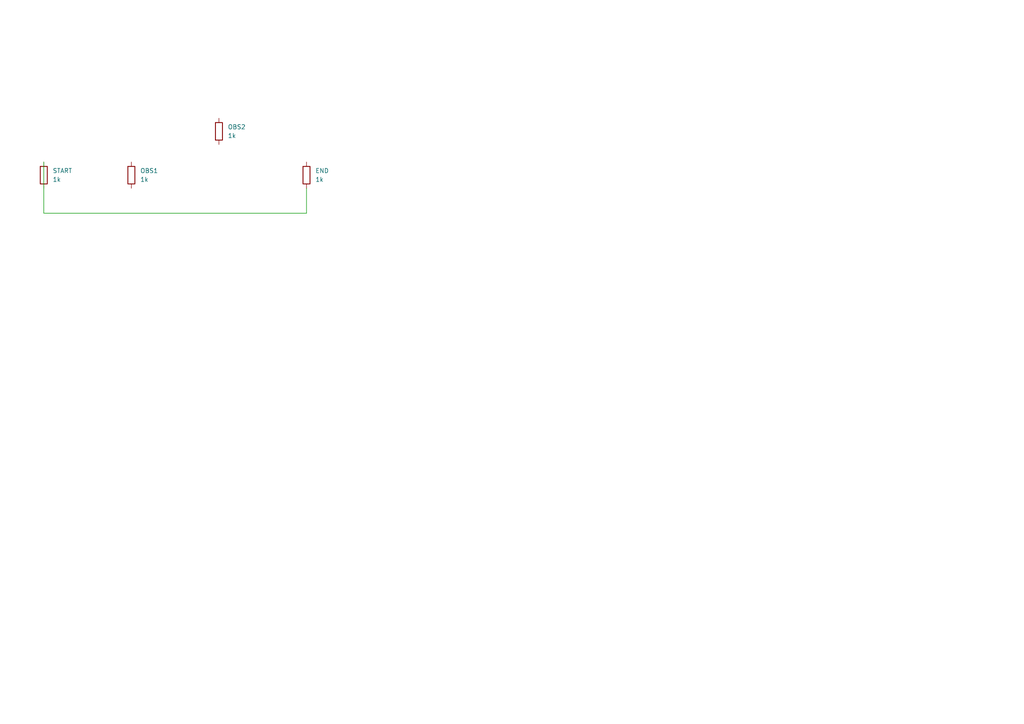
<source format=kicad_sch>
(kicad_sch (version 20250114) (generator "eeschema") (generator_version "9.0")
  (paper "A4")
  (title_block (title "Clearance_5.08"))
  (lib_symbols
    (symbol "Device:R" (pin_numbers (hide yes)) (pin_names (offset 0))
      (property "Reference" "R" (at 2.032 0 90))
      (property "Value" "R" (at 0 0 90))
      (symbol "R_0_1"
        (rectangle (start -1.016 -2.54) (end 1.016 2.54) (stroke (width 0.254)))
      )
      (symbol "R_1_1"
        (pin passive line (at 0 3.81 270) (length 1.27) (name "~") (number "1"))
        (pin passive line (at 0 -3.81 90) (length 1.27) (name "~") (number "2"))
      )
    )
  )
  (symbol (lib_id "Device:R") (at 12.7 50.8 0) (unit 1)
    (property "Reference" "START" (at 15.24 49.5299 0) (effects (justify left)))
    (property "Value" "1k" (at 15.24 52.0699 0) (effects (justify left)))
  )
  (symbol (lib_id "Device:R") (at 38.1 50.8 0) (unit 1)
    (property "Reference" "OBS1" (at 40.64 49.5299 0) (effects (justify left)))
    (property "Value" "1k" (at 40.64 52.0699 0) (effects (justify left)))
  )
  (symbol (lib_id "Device:R") (at 63.5 38.1 0) (unit 1)
    (property "Reference" "OBS2" (at 66.04 36.8299 0) (effects (justify left)))
    (property "Value" "1k" (at 66.04 39.3699 0) (effects (justify left)))
  )
  (symbol (lib_id "Device:R") (at 88.9 50.8 0) (unit 1)
    (property "Reference" "END" (at 91.44 49.5299 0) (effects (justify left)))
    (property "Value" "1k" (at 91.44 52.0699 0) (effects (justify left)))
  )
  (wire (pts (xy 12.7 46.99) (xy 12.7 61.849)))
  (wire (pts (xy 12.7 61.849) (xy 88.9 61.849)))
  (wire (pts (xy 88.9 61.849) (xy 88.9 54.61)))
)
</source>
